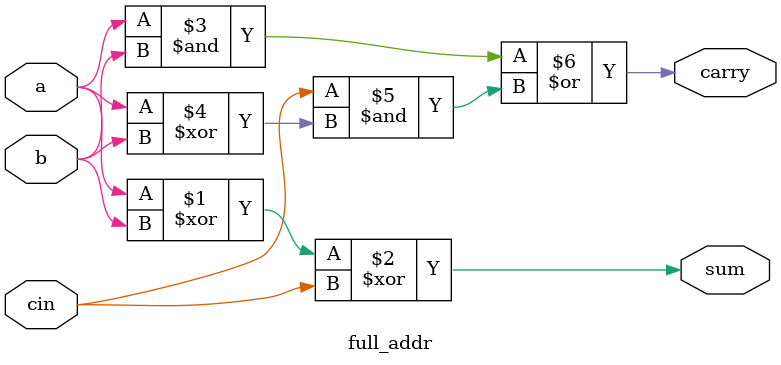
<source format=v>
module full_addr(input a,b,cin, output sum,carry);

	assign sum = a^b^cin;
	assign carry = a&b | (cin&(a^b));
	
endmodule

</source>
